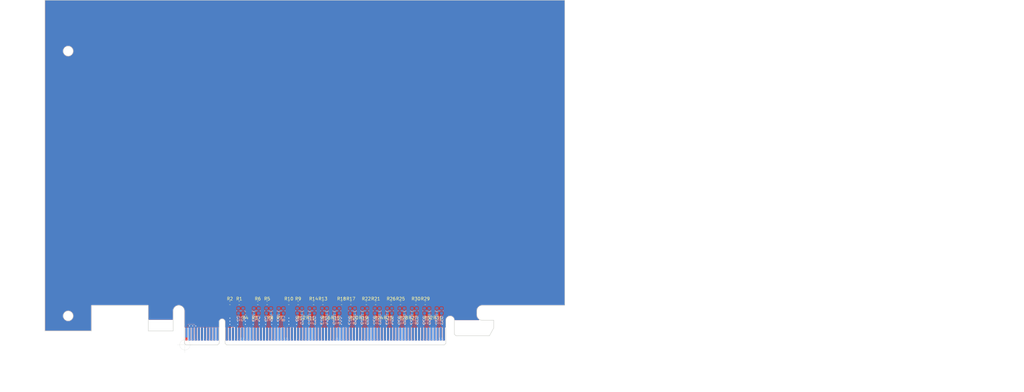
<source format=kicad_pcb>
(kicad_pcb (version 20241229) (generator "pcbnew") (generator_version "9.0")
  (title_block (title "PCIexpress_x16_full") (company "Author: Luca Anastasio"))
  (layers (0 "F.Cu" power) (4 "In1.Cu" power) (6 "In2.Cu" power) (2 "B.Cu" power) (13 "F.Paste" user) (15 "B.Paste" user) (5 "F.SilkS" user "F.Silkscreen") (7 "B.SilkS" user "B.Silkscreen") (1 "F.Mask" user) (3 "B.Mask" user) (25 "Edge.Cuts" user))
  (net 0 "")
  (net 1 "GND")
  (net 2 "Net-(J2-PadA50)")
  (net 3 "Net-(J2-PadB82)")
  (net 4 "Net-(J2-PadA33)")
  (net 5 "Net-(J2-PadA32)")
  (net 6 "Net-(J2-PadA19)")
  (net 7 "+12V")
  (net 8 "+3V3")
  (net 9 "+3.3VA")
  (net 10 "Net-(J2-PadB12)")
  (net 11 "Net-(J2-PadB30)")
  (net 12 "/PER0_P")
  (net 13 "/PER0_N")
  (net 14 "/PER1_P")
  (net 15 "/PER1_N")
  (net 16 "/PER2_P")
  (net 17 "/PER2_N")
  (net 18 "/PER3_P")
  (net 19 "/PER3_N")
  (net 20 "/PER4_P")
  (net 21 "/PER4_N")
  (net 22 "/PER5_P")
  (net 23 "/PER5_N")
  (net 24 "/PER6_P")
  (net 25 "/PER6_N")
  (net 26 "/PER7_P")
  (net 27 "/PER7_N")
  (net 28 "/PER8_P")
  (net 29 "/PER8_N")
  (net 30 "/PER9_P")
  (net 31 "/PER9_N")
  (net 32 "/PER10_P")
  (net 33 "/PER10_N")
  (net 34 "/PER11_P")
  (net 35 "/PER11_N")
  (net 36 "/PER12_P")
  (net 37 "/PER12_N")
  (net 38 "/PER13_P")
  (net 39 "/PER13_N")
  (net 40 "/PER14_P")
  (net 41 "/PER14_N")
  (net 42 "/PER15_P")
  (net 43 "/PER15_N")
  (net 44 "/~{PRSNT2x16}")
  (net 45 "/PET15_N")
  (net 46 "/PET15_P")
  (net 47 "/PET14_N")
  (net 48 "/PET14_P")
  (net 49 "/PET13_N")
  (net 50 "/PET13_P")
  (net 51 "/PET12_N")
  (net 52 "/PET12_P")
  (net 53 "/PET11_N")
  (net 54 "/PET11_P")
  (net 55 "/PET10_N")
  (net 56 "/PET10_P")
  (net 57 "/PET9_N")
  (net 58 "/PET9_P")
  (net 59 "/PET8_N")
  (net 60 "/PET8_P")
  (net 61 "/~{PRSNT2x8}")
  (net 62 "/PET7_N")
  (net 63 "/PET7_P")
  (net 64 "/PET6_N")
  (net 65 "/PET6_P")
  (net 66 "/PET5_N")
  (net 67 "/PET5_P")
  (net 68 "/PET4_N")
  (net 69 "/PET4_P")
  (net 70 "/~{PRSNT2x4}")
  (net 71 "/PET3_N")
  (net 72 "/PET3_P")
  (net 73 "/PET2_N")
  (net 74 "/PET2_P")
  (net 75 "/PET1_N")
  (net 76 "/PET1_P")
  (net 77 "/SMCLK")
  (net 78 "/SMDAT")
  (net 79 "/~{TRST}")
  (net 80 "/~{WAKE}")
  (net 81 "/PET0_P")
  (net 82 "/PET0_N")
  (net 83 "/~{PRSNT2x1}")
  (net 84 "/~{PRSNT1}")
  (net 85 "/TCK")
  (net 86 "/TDI")
  (net 87 "/TDO")
  (net 88 "/TMS")
  (net 89 "/~{PERST}")
  (net 90 "/REFCLK-")
  (net 91 "/REFCLK+")
  (net 92 "/PCIexpress_connector/_PER0_P")
  (net 93 "/PCIexpress_connector/_PER0_N")
  (net 94 "/PCIexpress_connector/_PER1_P")
  (net 95 "/PCIexpress_connector/_PER1_N")
  (net 96 "/PCIexpress_connector/_PER2_P")
  (net 97 "/PCIexpress_connector/_PER2_N")
  (net 98 "/PCIexpress_connector/_PER3_P")
  (net 99 "/PCIexpress_connector/_PER3_N")
  (net 100 "/PCIexpress_connector/_PER4_P")
  (net 101 "/PCIexpress_connector/_PER4_N")
  (net 102 "/PCIexpress_connector/_PER5_P")
  (net 103 "/PCIexpress_connector/_PER5_N")
  (net 104 "/PCIexpress_connector/_PER6_P")
  (net 105 "/PCIexpress_connector/_PER6_N")
  (net 106 "/PCIexpress_connector/_PER7_P")
  (net 107 "/PCIexpress_connector/_PER7_N")
  (net 108 "/PCIexpress_connector/_PER8_P")
  (net 109 "/PCIexpress_connector/_PER8_N")
  (net 110 "/PCIexpress_connector/_PER9_P")
  (net 111 "/PCIexpress_connector/_PER9_N")
  (net 112 "/PCIexpress_connector/_PER10_P")
  (net 113 "/PCIexpress_connector/_PER10_N")
  (net 114 "/PCIexpress_connector/_PER11_P")
  (net 115 "/PCIexpress_connector/_PER11_N")
  (net 116 "/PCIexpress_connector/_PER12_P")
  (net 117 "/PCIexpress_connector/_PER12_N")
  (net 118 "/PCIexpress_connector/_PER13_P")
  (net 119 "/PCIexpress_connector/_PER13_N")
  (net 120 "/PCIexpress_connector/_PER14_P")
  (net 121 "/PCIexpress_connector/_PER14_N")
  (net 122 "/PCIexpress_connector/_PER15_P")
  (net 123 "/PCIexpress_connector/_PER15_N")
  (footprint "PCIexpress:PCIexpress_x16" (layer "F.Cu") (at 109.625 194.125)
    (property "Reference" "J2" (hide yes))
    (property "Value" "PCIexpress_x16")
  )
  (footprint "Resistor_SMD:R_0603_1608Metric" (layer "F.Cu") (at 127.125 180.625)
    (property "Reference" "R1")
    (property "Value" "49.9")
  )
  (footprint "Resistor_SMD:R_0603_1608Metric" (layer "F.Cu") (at 124.125 180.625 180)
    (property "Reference" "R2")
    (property "Value" "49.9")
  )
  (footprint "Resistor_SMD:R_0603_1608Metric" (layer "F.Cu") (at 136.125 180.625)
    (property "Reference" "R5")
    (property "Value" "49.9")
  )
  (footprint "Resistor_SMD:R_0603_1608Metric" (layer "F.Cu") (at 133.125 180.625 180)
    (property "Reference" "R6")
    (property "Value" "49.9")
  )
  (footprint "Resistor_SMD:R_0603_1608Metric" (layer "F.Cu") (at 140.125 183.875)
    (property "Reference" "R7")
    (property "Value" "49.9")
  )
  (footprint "Resistor_SMD:R_0603_1608Metric" (layer "F.Cu") (at 137.125 183.875 180)
    (property "Reference" "R8")
    (property "Value" "49.9")
  )
  (footprint "Resistor_SMD:R_0603_1608Metric" (layer "F.Cu") (at 146.125 180.625)
    (property "Reference" "R9")
    (property "Value" "49.9")
  )
  (footprint "Resistor_SMD:R_0603_1608Metric" (layer "F.Cu") (at 143.125 180.625 180)
    (property "Reference" "R10")
    (property "Value" "49.9")
  )
  (footprint "Resistor_SMD:R_0603_1608Metric" (layer "F.Cu") (at 150.125 183.875)
    (property "Reference" "R11")
    (property "Value" "49.9")
  )
  (footprint "Resistor_SMD:R_0603_1608Metric" (layer "F.Cu") (at 147.125 183.875 180)
    (property "Reference" "R12")
    (property "Value" "49.9")
  )
  (footprint "Resistor_SMD:R_0603_1608Metric" (layer "F.Cu") (at 154.125 180.625)
    (property "Reference" "R13")
    (property "Value" "49.9")
  )
  (footprint "Resistor_SMD:R_0603_1608Metric" (layer "F.Cu") (at 151.125 180.625 180)
    (property "Reference" "R14")
    (property "Value" "49.9")
  )
  (footprint "Resistor_SMD:R_0603_1608Metric" (layer "F.Cu") (at 158.125 183.875)
    (property "Reference" "R15")
    (property "Value" "49.9")
  )
  (footprint "Resistor_SMD:R_0603_1608Metric" (layer "F.Cu") (at 155.125 183.875 180)
    (property "Reference" "R16")
    (property "Value" "49.9")
  )
  (footprint "Resistor_SMD:R_0603_1608Metric" (layer "F.Cu") (at 163.125 180.625)
    (property "Reference" "R17")
    (property "Value" "49.9")
  )
  (footprint "Resistor_SMD:R_0603_1608Metric" (layer "F.Cu") (at 167.125 183.875)
    (property "Reference" "R19")
    (property "Value" "49.9")
  )
  (footprint "Resistor_SMD:R_0603_1608Metric" (layer "F.Cu") (at 164.125 183.875 180)
    (property "Reference" "R20")
    (property "Value" "49.9")
  )
  (footprint "Resistor_SMD:R_0603_1608Metric" (layer "F.Cu") (at 171.125 180.625)
    (property "Reference" "R21")
    (property "Value" "49.9")
  )
  (footprint "Resistor_SMD:R_0603_1608Metric" (layer "F.Cu") (at 168.125 180.625 180)
    (property "Reference" "R22")
    (property "Value" "49.9")
  )
  (footprint "Resistor_SMD:R_0603_1608Metric" (layer "F.Cu") (at 175.125 183.875)
    (property "Reference" "R23")
    (property "Value" "49.9")
  )
  (footprint "Resistor_SMD:R_0603_1608Metric" (layer "F.Cu") (at 172.125 183.875 180)
    (property "Reference" "R24")
    (property "Value" "49.9")
  )
  (footprint "Resistor_SMD:R_0603_1608Metric" (layer "F.Cu") (at 179.135 180.625)
    (property "Reference" "R25")
    (property "Value" "49.9")
  )
  (footprint "Resistor_SMD:R_0603_1608Metric" (layer "F.Cu") (at 176.125 180.625 180)
    (property "Reference" "R26")
    (property "Value" "49.9")
  )
  (footprint "Resistor_SMD:R_0603_1608Metric" (layer "F.Cu") (at 183.125 183.875)
    (property "Reference" "R27")
    (property "Value" "49.9")
  )
  (footprint "Resistor_SMD:R_0603_1608Metric" (layer "F.Cu") (at 180.125 183.875 180)
    (property "Reference" "R28")
    (property "Value" "49.9")
  )
  (footprint "Resistor_SMD:R_0603_1608Metric" (layer "F.Cu") (at 187.125 180.625)
    (property "Reference" "R29")
    (property "Value" "49.9")
  )
  (footprint "Resistor_SMD:R_0603_1608Metric" (layer "F.Cu") (at 184.125 180.625 180)
    (property "Reference" "R30")
    (property "Value" "49.9")
  )
  (footprint "Resistor_SMD:R_0603_1608Metric" (layer "F.Cu") (at 191.125 183.875)
    (property "Reference" "R31")
    (property "Value" "49.9")
  )
  (footprint "Resistor_SMD:R_0603_1608Metric" (layer "F.Cu") (at 188.125 183.875 180)
    (property "Reference" "R32")
    (property "Value" "49.9")
  )
  (footprint "Resistor_SMD:R_0603_1608Metric" (layer "F.Cu") (at 160.125 180.625 180)
    (property "Reference" "R18")
    (property "Value" "49.9")
  )
  (footprint "Resistor_SMD:R_0603_1608Metric" (layer "F.Cu") (at 129.125 183.875 180)
    (property "Reference" "R4")
    (property "Value" "49.9")
  )
  (footprint "Resistor_SMD:R_0603_1608Metric" (layer "F.Cu") (at 132.125 183.875)
    (property "Reference" "R3")
    (property "Value" "49.9")
  )
  (footprint "PCIexpress:PCIexpress_bracket_full" (layer "F.Cu") (at 109.625 194.125)
    (property "Reference" "J1" (hide yes))
    (property "Value" "PCIexpress_bracket")
  )
  (footprint "Capacitor_SMD:C_0603_1608Metric" (layer "B.Cu") (at 126.875 183.125 -90)
    (property "Reference" "C1")
    (property "Value" "100n")
  )
  (footprint "Capacitor_SMD:C_0603_1608Metric" (layer "B.Cu") (at 128.375 183.125 90)
    (property "Reference" "C2")
    (property "Value" "100n")
  )
  (footprint "Capacitor_SMD:C_0603_1608Metric" (layer "B.Cu") (at 131.875 183.125 -90)
    (property "Reference" "C3")
    (property "Value" "100n")
  )
  (footprint "Capacitor_SMD:C_0603_1608Metric" (layer "B.Cu") (at 133.375 183.125 90)
    (property "Reference" "C4")
    (property "Value" "100n")
  )
  (footprint "Capacitor_SMD:C_0603_1608Metric" (layer "B.Cu") (at 135.875 183.125 -90)
    (property "Reference" "C5")
    (property "Value" "100n")
  )
  (footprint "Capacitor_SMD:C_0603_1608Metric" (layer "B.Cu") (at 137.375 183.125 90)
    (property "Reference" "C6")
    (property "Value" "100n")
  )
  (footprint "Capacitor_SMD:C_0603_1608Metric" (layer "B.Cu") (at 139.875 183.125 -90)
    (property "Reference" "C7")
    (property "Value" "100n")
  )
  (footprint "Capacitor_SMD:C_0603_1608Metric" (layer "B.Cu") (at 141.375 183.125 90)
    (property "Reference" "C8")
    (property "Value" "100n")
  )
  (footprint "Capacitor_SMD:C_0603_1608Metric" (layer "B.Cu") (at 145.875 183.125 -90)
    (property "Reference" "C9")
    (property "Value" "100n")
  )
  (footprint "Capacitor_SMD:C_0603_1608Metric" (layer "B.Cu") (at 147.375 183.125 90)
    (property "Reference" "C10")
    (property "Value" "100n")
  )
  (footprint "Capacitor_SMD:C_0603_1608Metric" (layer "B.Cu") (at 149.875 183.125 -90)
    (property "Reference" "C11")
    (property "Value" "100n")
  )
  (footprint "Capacitor_SMD:C_0603_1608Metric" (layer "B.Cu") (at 151.375 183.125 90)
    (property "Reference" "C12")
    (property "Value" "100n")
  )
  (footprint "Capacitor_SMD:C_0603_1608Metric" (layer "B.Cu") (at 155.375 183.125 90)
    (property "Reference" "C14")
    (property "Value" "100n")
  )
  (footprint "Capacitor_SMD:C_0603_1608Metric" (layer "B.Cu") (at 157.875 183.125 -90)
    (property "Reference" "C15")
    (property "Value" "100n")
  )
  (footprint "Capacitor_SMD:C_0603_1608Metric" (layer "B.Cu") (at 159.375 183.125 90)
    (property "Reference" "C16")
    (property "Value" "100n")
  )
  (footprint "Capacitor_SMD:C_0603_1608Metric" (layer "B.Cu") (at 162.875 183.125 -90)
    (property "Reference" "C17")
    (property "Value" "100n")
  )
  (footprint "Capacitor_SMD:C_0603_1608Metric" (layer "B.Cu") (at 164.375 183.125 90)
    (property "Reference" "C18")
    (property "Value" "100n")
  )
  (footprint "Capacitor_SMD:C_0603_1608Metric" (layer "B.Cu") (at 166.875 183.125 -90)
    (property "Reference" "C19")
    (property "Value" "100n")
  )
  (footprint "Capacitor_SMD:C_0603_1608Metric" (layer "B.Cu") (at 168.375 183.125 90)
    (property "Reference" "C20")
    (property "Value" "100n")
  )
  (footprint "Capacitor_SMD:C_0603_1608Metric" (layer "B.Cu") (at 170.875 183.125 -90)
    (property "Reference" "C21")
    (property "Value" "100n")
  )
  (footprint "Capacitor_SMD:C_0603_1608Metric" (layer "B.Cu") (at 172.375 183.125 90)
    (property "Reference" "C22")
    (property "Value" "100n")
  )
  (footprint "Capacitor_SMD:C_0603_1608Metric" (layer "B.Cu") (at 174.875 183.125 -90)
    (property "Reference" "C23")
    (property "Value" "100n")
  )
  (footprint "Capacitor_SMD:C_0603_1608Metric" (layer "B.Cu") (at 176.375 183.125 90)
    (property "Reference" "C24")
    (property "Value" "100n")
  )
  (footprint "Capacitor_SMD:C_0603_1608Metric" (layer "B.Cu") (at 178.875 183.125 -90)
    (property "Reference" "C25")
    (property "Value" "100n")
  )
  (footprint "Capacitor_SMD:C_0603_1608Metric" (layer "B.Cu") (at 180.375 183.125 90)
    (property "Reference" "C26")
    (property "Value" "100n")
  )
  (footprint "Capacitor_SMD:C_0603_1608Metric" (layer "B.Cu") (at 182.875 183.125 -90)
    (property "Reference" "C27")
    (property "Value" "100n")
  )
  (footprint "Capacitor_SMD:C_0603_1608Metric" (layer "B.Cu") (at 184.375 183.125 90)
    (property "Reference" "C28")
    (property "Value" "100n")
  )
  (footprint "Capacitor_SMD:C_0603_1608Metric" (layer "B.Cu") (at 186.875 183.125 -90)
    (property "Reference" "C29")
    (property "Value" "100n")
  )
  (footprint "Capacitor_SMD:C_0603_1608Metric" (layer "B.Cu") (at 188.375 183.125 90)
    (property "Reference" "C30")
    (property "Value" "100n")
  )
  (footprint "Capacitor_SMD:C_0603_1608Metric" (layer "B.Cu") (at 190.875 183.125 -90)
    (property "Reference" "C31")
    (property "Value" "100n")
  )
  (footprint "Capacitor_SMD:C_0603_1608Metric" (layer "B.Cu") (at 192.375 183.125 90)
    (property "Reference" "C32")
    (property "Value" "100n")
  )
  (footprint "Capacitor_SMD:C_0603_1608Metric" (layer "B.Cu") (at 153.875 183.125 -90)
    (property "Reference" "C13")
    (property "Value" "100n")
  )
  (gr_line (start 122.575 186.675) (end 122.575 193.625) (stroke (width 0.15)) (layer "Edge.Cuts"))
  (gr_arc (start 205.525 186.175) (mid 204.287563 185.662437) (end 203.775 184.425) (stroke (width 0.15)) (layer "Edge.Cuts"))
  (gr_arc (start 120.675 186.675) (mid 121.625 185.725) (end 122.575 186.675) (stroke (width 0.15)) (layer "Edge.Cuts"))
  (gr_line (start 109.475 183.2) (end 109.475 193.625) (stroke (width 0.15)) (layer "Edge.Cuts"))
  (gr_line (start 64.475 82.975) (end 232.125 82.975) (stroke (width 0.15)) (layer "Edge.Cuts"))
  (gr_line (start 79.475 181.375) (end 97.825 181.375) (stroke (width 0.15)) (layer "Edge.Cuts"))
  (gr_line (start 120.175 194.125) (end 120.675 193.625) (stroke (width 0.15)) (layer "Edge.Cuts"))
  (gr_arc (start 193.775 186.175) (mid 195.15 184.8) (end 196.525 186.175) (stroke (width 0.15)) (layer "Edge.Cuts"))
  (gr_arc (start 203.775 183.125) (mid 204.287563 181.887563) (end 205.525 181.375) (stroke (width 0.15)) (layer "Edge.Cuts"))
  (gr_line (start 193.275 194.125) (end 193.775 193.625) (stroke (width 0.15)) (layer "Edge.Cuts"))
  (gr_line (start 79.475 189.625) (end 79.475 181.375) (stroke (width 0.15)) (layer "Edge.Cuts"))
  (gr_line (start 203.775 184.425) (end 203.775 183.125) (stroke (width 0.15)) (layer "Edge.Cuts"))
  (gr_line (start 207.825 191.175) (end 209.225 188.625) (stroke (width 0.15)) (layer "Edge.Cuts"))
  (gr_line (start 196.525 186.175) (end 196.525 190.675) (stroke (width 0.15)) (layer "Edge.Cuts"))
  (gr_line (start 123.075 194.125) (end 193.275 194.125) (stroke (width 0.15)) (layer "Edge.Cuts"))
  (gr_line (start 64.475 82.975) (end 64.475 189.625) (stroke (width 0.15)) (layer "Edge.Cuts"))
  (gr_line (start 209.225 188.625) (end 209.225 186.175) (stroke (width 0.15)) (layer "Edge.Cuts"))
  (gr_line (start 120.675 193.625) (end 120.675 186.675) (stroke (width 0.15)) (layer "Edge.Cuts"))
  (gr_line (start 193.775 193.625) (end 193.775 186.175) (stroke (width 0.15)) (layer "Edge.Cuts"))
  (gr_line (start 109.975 194.125) (end 120.175 194.125) (stroke (width 0.15)) (layer "Edge.Cuts"))
  (gr_line (start 232.1277 181.375) (end 205.525 181.375) (stroke (width 0.15)) (layer "Edge.Cuts"))
  (gr_line (start 122.575 193.625) (end 123.075 194.125) (stroke (width 0.15)) (layer "Edge.Cuts"))
  (gr_line (start 197.025 191.175) (end 207.825 191.175) (stroke (width 0.15)) (layer "Edge.Cuts"))
  (gr_line (start 105.825 189.625) (end 105.825 183.2) (stroke (width 0.15)) (layer "Edge.Cuts"))
  (gr_line (start 109.475 193.625) (end 109.975 194.125) (stroke (width 0.15)) (layer "Edge.Cuts"))
  (gr_line (start 196.525 190.675) (end 197.025 191.175) (stroke (width 0.15)) (layer "Edge.Cuts"))
  (gr_line (start 232.125 82.975) (end 232.1277 181.375) (stroke (width 0.15)) (layer "Edge.Cuts"))
  (gr_circle (center 71.975 184.775) (end 73.575 184.775) (stroke (width 0.15)) (fill no) (layer "Edge.Cuts"))
  (gr_arc (start 105.825 183.2) (mid 107.65 181.375) (end 109.475 183.2) (stroke (width 0.15)) (layer "Edge.Cuts"))
  (gr_line (start 97.825 181.375) (end 97.825 189.625) (stroke (width 0.15)) (layer "Edge.Cuts"))
  (gr_circle (center 71.975 99.375) (end 73.575 99.375) (stroke (width 0.15)) (fill no) (layer "Edge.Cuts"))
  (gr_line (start 64.475 189.625) (end 79.475 189.625) (stroke (width 0.15)) (layer "Edge.Cuts"))
  (gr_line (start 97.825 189.625) (end 105.825 189.625) (stroke (width 0.15)) (layer "Edge.Cuts"))
  (gr_line (start 209.225 186.175) (end 205.525 186.175) (stroke (width 0.15)) (layer "Edge.Cuts"))
  (target plus (at 109.625 194.125) (size 5) (width 0.05) (layer "Edge.Cuts"))
  (segment (start 113.125 188.125) (end 113.125 188.125) (width 0.7) (layer "F.Cu") (net 1))
  (segment (start 113.125 190.625) (end 113.125 188) (width 0.7) (layer "F.Cu") (net 1))
  (via (at 186.625 185.5) (size 0.55) (drill 0.3) (layers "F.Cu" "B.Cu") (net 1))
  (via (at 188.625 185.5) (size 0.55) (drill 0.3) (layers "F.Cu" "B.Cu") (net 1))
  (via (at 166.625 185.5) (size 0.55) (drill 0.3) (layers "F.Cu" "B.Cu") (net 1))
  (via (at 124.125 185.5) (size 0.55) (drill 0.3) (layers "F.Cu" "B.Cu") (net 1))
  (via (at 143.125 185.5) (size 0.55) (drill 0.3) (layers "F.Cu" "B.Cu") (net 1))
  (via (at 162.625 185.5) (size 0.55) (drill 0.3) (layers "F.Cu" "B.Cu") (net 1))
  (via (at 157.625 185.5) (size 0.55) (drill 0.3) (layers "F.Cu" "B.Cu") (net 1))
  (via (at 135.625 185.5) (size 0.55) (drill 0.3) (layers "F.Cu" "B.Cu") (net 1))
  (via (at 139.625 185.5) (size 0.55) (drill 0.3) (layers "F.Cu" "B.Cu") (net 1))
  (via (at 178.625 185.5) (size 0.55) (drill 0.3) (layers "F.Cu" "B.Cu") (net 1))
  (via (at 133.625 185.5) (size 0.55) (drill 0.3) (layers "F.Cu" "B.Cu") (net 1))
  (via (at 129.125 185.5) (size 0.55) (drill 0.3) (layers "F.Cu" "B.Cu") (net 1))
  (via (at 155.625 185.5) (size 0.55) (drill 0.3) (layers "F.Cu" "B.Cu") (net 1))
  (via (at 149.625 185.5) (size 0.55) (drill 0.3) (layers "F.Cu" "B.Cu") (net 1))
  (via (at 147.625 185.5) (size 0.55) (drill 0.3) (layers "F.Cu" "B.Cu") (net 1))
  (via (at 180.625 185.5) (size 0.55) (drill 0.3) (layers "F.Cu" "B.Cu") (net 1))
  (via (at 164.625 185.5) (size 0.55) (drill 0.3) (layers "F.Cu" "B.Cu") (net 1))
  (via (at 145.625 185.5) (size 0.55) (drill 0.3) (layers "F.Cu" "B.Cu") (net 1))
  (via (at 184.625 185.5) (size 0.55) (drill 0.3) (layers "F.Cu" "B.Cu") (net 1))
  (via (at 182.625 185.5) (size 0.55) (drill 0.3) (layers "F.Cu" "B.Cu") (net 1))
  (via (at 190.625 185.5) (size 0.55) (drill 0.3) (layers "F.Cu" "B.Cu") (net 1))
  (via (at 192.625 185.5) (size 0.55) (drill 0.3) (layers "F.Cu" "B.Cu") (net 1))
  (via (at 174.625 185.5) (size 0.55) (drill 0.3) (layers "F.Cu" "B.Cu") (net 1))
  (via (at 160.125 185.5) (size 0.55) (drill 0.3) (layers "F.Cu" "B.Cu") (net 1))
  (via (at 151.625 185.5) (size 0.55) (drill 0.3) (layers "F.Cu" "B.Cu") (net 1))
  (via (at 153.625 185.5) (size 0.55) (drill 0.3) (layers "F.Cu" "B.Cu") (net 1))
  (via (at 176.625 185.5) (size 0.55) (drill 0.3) (layers "F.Cu" "B.Cu") (net 1))
  (via (at 170.625 185.5) (size 0.55) (drill 0.3) (layers "F.Cu" "B.Cu") (net 1))
  (via (at 172.625 185.5) (size 0.55) (drill 0.3) (layers "F.Cu" "B.Cu") (net 1))
  (via (at 126.625 185.5) (size 0.55) (drill 0.3) (layers "F.Cu" "B.Cu") (net 1))
  (via (at 131.625 185.5) (size 0.55) (drill 0.3) (layers "F.Cu" "B.Cu") (net 1))
  (via (at 137.625 185.5) (size 0.55) (drill 0.3) (layers "F.Cu" "B.Cu") (net 1))
  (via (at 168.625 185.5) (size 0.55) (drill 0.3) (layers "F.Cu" "B.Cu") (net 1))
  (via (at 139.625 187.5) (size 0.55) (drill 0.3) (layers "F.Cu" "B.Cu") (net 1))
  (via (at 160.125 187.5) (size 0.55) (drill 0.3) (layers "F.Cu" "B.Cu") (net 1))
  (via (at 151.625 187.5) (size 0.55) (drill 0.3) (layers "F.Cu" "B.Cu") (net 1))
  (via (at 133.625 186.5) (size 0.55) (drill 0.3) (layers "F.Cu" "B.Cu") (net 1))
  (via (at 147.625 187.5) (size 0.55) (drill 0.3) (layers "F.Cu" "B.Cu") (net 1))
  (via (at 170.625 186.5) (size 0.55) (drill 0.3) (layers "F.Cu" "B.Cu") (net 1))
  (via (at 155.625 186.5) (size 0.55) (drill 0.3) (layers "F.Cu" "B.Cu") (net 1))
  (via (at 162.625 186.5) (size 0.55) (drill 0.3) (layers "F.Cu" "B.Cu") (net 1))
  (via (at 172.625 186.5) (size 0.55) (drill 0.3) (layers "F.Cu" "B.Cu") (net 1))
  (via (at 164.625 187.5) (size 0.55) (drill 0.3) (layers "F.Cu" "B.Cu") (net 1))
  (via (at 180.625 187.5) (size 0.55) (drill 0.3) (layers "F.Cu" "B.Cu") (net 1))
  (via (at 126.625 186.5) (size 0.55) (drill 0.3) (layers "F.Cu" "B.Cu") (net 1))
  (via (at 157.625 187.5) (size 0.55) (drill 0.3) (layers "F.Cu" "B.Cu") (net 1))
  (via (at 131.625 186.5) (size 0.55) (drill 0.3) (layers "F.Cu" "B.Cu") (net 1))
  (via (at 174.625 186.5) (size 0.55) (drill 0.3) (layers "F.Cu" "B.Cu") (net 1))
  (via (at 192.625 186.5) (size 0.55) (drill 0.3) (layers "F.Cu" "B.Cu") (net 1))
  (via (at 188.625 187.5) (size 0.55) (drill 0.3) (layers "F.Cu" "B.Cu") (net 1))
  (via (at 155.625 187.5) (size 0.55) (drill 0.3) (layers "F.Cu" "B.Cu") (net 1))
  (via (at 162.625 187.5) (size 0.55) (drill 0.3) (layers "F.Cu" "B.Cu") (net 1))
  (via (at 174.625 187.5) (size 0.55) (drill 0.3) (layers "F.Cu" "B.Cu") (net 1))
  (via (at 149.625 187.5) (size 0.55) (drill 0.3) (layers "F.Cu" "B.Cu") (net 1))
  (via (at 172.625 187.5) (size 0.55) (drill 0.3) (layers "F.Cu" "B.Cu") (net 1))
  (via (at 164.625 186.5) (size 0.55) (drill 0.3) (layers "F.Cu" "B.Cu") (net 1))
  (via (at 149.625 186.5) (size 0.55) (drill 0.3) (layers "F.Cu" "B.Cu") (net 1))
  (via (at 135.625 186.5) (size 0.55) (drill 0.3) (layers "F.Cu" "B.Cu") (net 1))
  (via (at 166.625 186.5) (size 0.55) (drill 0.3) (layers "F.Cu" "B.Cu") (net 1))
  (via (at 143.125 186.5) (size 0.55) (drill 0.3) (layers "F.Cu" "B.Cu") (net 1))
  (via (at 178.625 186.5) (size 0.55) (drill 0.3) (layers "F.Cu" "B.Cu") (net 1))
  (via (at 182.625 187.5) (size 0.55) (drill 0.3) (layers "F.Cu" "B.Cu") (net 1))
  (via (at 168.625 187.5) (size 0.55) (drill 0.3) (layers "F.Cu" "B.Cu") (net 1))
  (via (at 190.625 187.5) (size 0.55) (drill 0.3) (layers "F.Cu" "B.Cu") (net 1))
  (via (at 182.625 186.5) (size 0.55) (drill 0.3) (layers "F.Cu" "B.Cu") (net 1))
  (via (at 166.625 187.5) (size 0.55) (drill 0.3) (layers "F.Cu" "B.Cu") (net 1))
  (via (at 170.625 187.5) (size 0.55) (drill 0.3) (layers "F.Cu" "B.Cu") (net 1))
  (via (at 192.625 187.5) (size 0.55) (drill 0.3) (layers "F.Cu" "B.Cu") (net 1))
  (via (at 145.625 186.5) (size 0.55) (drill 0.3) (layers "F.Cu" "B.Cu") (net 1))
  (via (at 124.125 186.5) (size 0.55) (drill 0.3) (layers "F.Cu" "B.Cu") (net 1))
  (via (at 131.625 187.5) (size 0.55) (drill 0.3) (layers "F.Cu" "B.Cu") (net 1))
  (via (at 113.125 188) (size 0.55) (drill 0.3) (layers "F.Cu" "B.Cu") (net 1))
  (via (at 145.625 187.5) (size 0.55) (drill 0.3) (layers "F.Cu" "B.Cu") (net 1))
  (via (at 147.625 186.5) (size 0.55) (drill 0.3) (layers "F.Cu" "B.Cu") (net 1))
  (via (at 135.625 187.5) (size 0.55) (drill 0.3) (layers "F.Cu" "B.Cu") (net 1))
  (via (at 160.125 186.5) (size 0.55) (drill 0.3) (layers "F.Cu" "B.Cu") (net 1))
  (via (at 151.625 186.5) (size 0.55) (drill 0.3) (layers "F.Cu" "B.Cu") (net 1))
  (via (at 124.125 187.5) (size 0.55) (drill 0.3) (layers "F.Cu" "B.Cu") (net 1))
  (via (at 178.625 187.5) (size 0.55) (drill 0.3) (layers "F.Cu" "B.Cu") (net 1))
  (via (at 168.625 186.5) (size 0.55) (drill 0.3) (layers "F.Cu" "B.Cu") (net 1))
  (via (at 157.625 186.5) (size 0.55) (drill 0.3) (layers "F.Cu" "B.Cu") (net 1))
  (via (at 190.625 186.5) (size 0.55) (drill 0.3) (layers "F.Cu" "B.Cu") (net 1))
  (via (at 139.625 186.5) (size 0.55) (drill 0.3) (layers "F.Cu" "B.Cu") (net 1))
  (via (at 129.125 187.5) (size 0.55) (drill 0.3) (layers "F.Cu" "B.Cu") (net 1))
  (via (at 188.625 186.5) (size 0.55) (drill 0.3) (layers "F.Cu" "B.Cu") (net 1))
  (via (at 186.625 186.5) (size 0.55) (drill 0.3) (layers "F.Cu" "B.Cu") (net 1))
  (via (at 176.625 186.5) (size 0.55) (drill 0.3) (layers "F.Cu" "B.Cu") (net 1))
  (via (at 126.625 187.5) (size 0.55) (drill 0.3) (layers "F.Cu" "B.Cu") (net 1))
  (via (at 184.625 187.5) (size 0.55) (drill 0.3) (layers "F.Cu" "B.Cu") (net 1))
  (via (at 143.125 187.5) (size 0.55) (drill 0.3) (layers "F.Cu" "B.Cu") (net 1))
  (via (at 133.625 187.5) (size 0.55) (drill 0.3) (layers "F.Cu" "B.Cu") (net 1))
  (via (at 137.625 187.5) (size 0.55) (drill 0.3) (layers "F.Cu" "B.Cu") (net 1))
  (via (at 180.625 186.5) (size 0.55) (drill 0.3) (layers "F.Cu" "B.Cu") (net 1))
  (via (at 184.625 186.5) (size 0.55) (drill 0.3) (layers "F.Cu" "B.Cu") (net 1))
  (via (at 153.625 186.5) (size 0.55) (drill 0.3) (layers "F.Cu" "B.Cu") (net 1))
  (via (at 137.625 186.5) (size 0.55) (drill 0.3) (layers "F.Cu" "B.Cu") (net 1))
  (via (at 129.125 186.5) (size 0.55) (drill 0.3) (layers "F.Cu" "B.Cu") (net 1))
  (via (at 186.625 187.5) (size 0.55) (drill 0.3) (layers "F.Cu" "B.Cu") (net 1))
  (via (at 176.625 187.5) (size 0.55) (drill 0.3) (layers "F.Cu" "B.Cu") (net 1))
  (via (at 153.625 187.5) (size 0.55) (drill 0.3) (layers "F.Cu" "B.Cu") (net 1))
  (segment (start 111.125 190.625) (end 111.125 188) (width 0.0889) (layer "F.Cu") (net 7))
  (via (at 112.125 188) (size 0.55) (drill 0.3) (layers "F.Cu" "B.Cu") (net 7))
  (via (at 111.125 188) (size 0.55) (drill 0.3) (layers "F.Cu" "B.Cu") (net 7))
  (segment (start 190.3375 184.5375) (end 190.3375 183.875) (width 0.2) (layer "F.Cu") (net 45))
  (segment (start 190.125 188.375) (end 189.825 188.075) (width 0.2) (layer "F.Cu") (net 45))
  (segment (start 189.825 188.075) (end 189.825 185.05) (width 0.2) (layer "F.Cu") (net 45))
  (segment (start 190.125 190.625) (end 190.125 188.375) (width 0.2) (layer "F.Cu") (net 45))
  (segment (start 189.825 185.05) (end 190.3375 184.5375) (width 0.2) (layer "F.Cu") (net 45))
  (segment (start 189.425 185.05) (end 188.9125 184.5375) (width 0.2) (layer "F.Cu") (net 46))
  (segment (start 189.125 188.375) (end 189.425 188.075) (width 0.2) (layer "F.Cu") (net 46))
  (segment (start 189.125 190.625) (end 189.125 188.375) (width 0.2) (layer "F.Cu") (net 46))
  (segment (start 188.9125 184.5375) (end 188.9125 183.875) (width 0.2) (layer "F.Cu") (net 46))
  (segment (start 189.425 188.075) (end 189.425 185.05) (width 0.2) (layer "F.Cu") (net 46))
  (segment (start 186.125 188.375) (end 186.125 190.625) (width 0.2) (layer "F.Cu") (net 47))
  (segment (start 186.3375 180.625) (end 186.3375 181.2875) (width 0.2) (layer "F.Cu") (net 47))
  (segment (start 185.825 188.075) (end 186.125 188.375) (width 0.2) (layer "F.Cu") (net 47))
  (segment (start 185.825 181.8) (end 185.825 188.075) (width 0.2) (layer "F.Cu") (net 47))
  (segment (start 186.3375 181.2875) (end 185.825 181.8) (width 0.2) (layer "F.Cu") (net 47))
  (segment (start 185.125 188.375) (end 185.125 190.625) (width 0.2) (layer "F.Cu") (net 48))
  (segment (start 184.9125 181.26875) (end 185.425 181.78125) (width 0.2) (layer "F.Cu") (net 48))
  (segment (start 184.9125 180.625) (end 184.9125 181.26875) (width 0.2) (layer "F.Cu") (net 48))
  (segment (start 185.425 188.075) (end 185.125 188.375) (width 0.2) (layer "F.Cu") (net 48))
  (segment (start 185.425 181.78125) (end 185.425 188.075) (width 0.2) (layer "F.Cu") (net 48))
  (segment (start 181.825 185.05) (end 182.3375 184.5375) (width 0.2) (layer "F.Cu") (net 49))
  (segment (start 182.3375 184.5375) (end 182.3375 183.875) (width 0.2) (layer "F.Cu") (net 49))
  (segment (start 182.125 188.375) (end 181.825 188.075) (width 0.2) (layer "F.Cu") (net 49))
  (segment (start 182.125 190.625) (end 182.125 188.375) (width 0.2) (layer "F.Cu") (net 49))
  (segment (start 181.825 188.075) (end 181.825 185.05) (width 0.2) (layer "F.Cu") (net 49))
  (segment (start 181.125 190.625) (end 181.125 188.375) (width 0.2) (layer "F.Cu") (net 50))
  (segment (start 180.9125 184.5375) (end 180.9125 183.875) (width 0.2) (layer "F.Cu") (net 50))
  (segment (start 181.125 188.375) (end 181.425 188.075) (width 0.2) (layer "F.Cu") (net 50))
  (segment (start 181.425 188.075) (end 181.425 185.05) (width 0.2) (layer "F.Cu") (net 50))
  (segment (start 181.425 185.05) (end 180.9125 184.5375) (width 0.2) (layer "F.Cu") (net 50))
  (segment (start 178.3375 181.2875) (end 177.825 181.8) (width 0.2) (layer "F.Cu") (net 51))
  (segment (start 177.825 188.075) (end 178.125 188.375) (width 0.2) (layer "F.Cu") (net 51))
  (segment (start 178.125 188.375) (end 178.125 190.625) (width 0.2) (layer "F.Cu") (net 51))
  (segment (start 178.3375 180.625) (end 178.3375 181.2875) (width 0.2) (layer "F.Cu") (net 51))
  (segment (start 177.825 181.8) (end 177.825 188.075) (width 0.2) (layer "F.Cu") (net 51))
  (segment (start 176.9125 181.26875) (end 177.425 181.78125) (width 0.2) (layer "F.Cu") (net 52))
  (segment (start 177.425 181.78125) (end 177.425 188.075) (width 0.2) (layer "F.Cu") (net 52))
  (segment (start 177.425 188.075) (end 177.125 188.375) (width 0.2) (layer "F.Cu") (net 52))
  (segment (start 177.125 188.375) (end 177.125 190.625) (width 0.2) (layer "F.Cu") (net 52))
  (segment (start 176.9125 180.625) (end 176.9125 181.26875) (width 0.2) (layer "F.Cu") (net 52))
  (segment (start 173.825 188.075) (end 173.825 185.05) (width 0.2) (layer "F.Cu") (net 53))
  (segment (start 174.125 188.375) (end 173.825 188.075) (width 0.2) (layer "F.Cu") (net 53))
  (segment (start 173.825 185.05) (end 174.3375 184.5375) (width 0.2) (layer "F.Cu") (net 53))
  (segment (start 174.125 190.625) (end 174.125 188.375) (width 0.2) (layer "F.Cu") (net 53))
  (segment (start 174.3375 184.5375) (end 174.3375 183.875) (width 0.2) (layer "F.Cu") (net 53))
  (segment (start 172.9125 184.5375) (end 172.9125 183.875) (width 0.2) (layer "F.Cu") (net 54))
  (segment (start 173.125 190.625) (end 173.125 188.375) (width 0.2) (layer "F.Cu") (net 54))
  (segment (start 173.125 188.375) (end 173.425 188.075) (width 0.2) (layer "F.Cu") (net 54))
  (segment (start 173.425 188.075) (end 173.425 185.05) (width 0.2) (layer "F.Cu") (net 54))
  (segment (start 173.425 185.05) (end 172.9125 184.5375) (width 0.2) (layer "F.Cu") (net 54))
  (segment (start 169.825 188.075) (end 170.125 188.375) (width 0.2) (layer "F.Cu") (net 55))
  (segment (start 170.3375 181.2875) (end 169.825 181.8) (width 0.2) (layer "F.Cu") (net 55))
  (segment (start 170.125 188.375) (end 170.125 190.625) (width 0.2) (layer "F.Cu") (net 55))
  (segment (start 170.3375 180.625) (end 170.3375 181.2875) (width 0.2) (layer "F.Cu") (net 55))
  (segment (start 169.825 181.8) (end 169.825 188.075) (width 0.2) (layer "F.Cu") (net 55))
  (segment (start 169.425 188.075) (end 169.125 188.375) (width 0.2) (layer "F.Cu") (net 56))
  (segment (start 168.9125 181.26875) (end 169.425 181.78125) (width 0.2) (layer "F.Cu") (net 56))
  (segment (start 168.9125 180.625) (end 168.9125 181.26875) (width 0.2) (layer "F.Cu") (net 56))
  (segment (start 169.125 188.375) (end 169.125 190.625) (width 0.2) (layer "F.Cu") (net 56))
  (segment (start 169.425 181.78125) (end 169.425 188.075) (width 0.2) (layer "F.Cu") (net 56))
  (segment (start 165.825 188.075) (end 165.825 185.05) (width 0.2) (layer "F.Cu") (net 57))
  (segment (start 166.125 190.625) (end 166.125 188.375) (width 0.2) (layer "F.Cu") (net 57))
  (segment (start 166.3375 184.5375) (end 166.3375 183.875) (width 0.2) (layer "F.Cu") (net 57))
  (segment (start 165.825 185.05) (end 166.3375 184.5375) (width 0.2) (layer "F.Cu") (net 57))
  (segment (start 166.125 188.375) (end 165.825 188.075) (width 0.2) (layer "F.Cu") (net 57))
  (segment (start 165.425 185.05) (end 164.9125 184.5375) (width 0.2) (layer "F.Cu") (net 58))
  (segment (start 164.9125 184.5375) (end 164.9125 183.875) (width 0.2) (layer "F.Cu") (net 58))
  (segment (start 165.125 188.375) (end 165.425 188.075) (width 0.2) (layer "F.Cu") (net 58))
  (segment (start 165.125 190.625) (end 165.125 188.375) (width 0.2) (layer "F.Cu") (net 58))
  (segment (start 165.425 188.075) (end 165.425 185.05) (width 0.2) (layer "F.Cu") (net 58))
  (segment (start 162.3375 181.2875) (end 161.825 181.8) (width 0.2) (layer "F.Cu") (net 59))
  (segment (start 162.125 188.375) (end 162.125 190.625) (width 0.2) (layer "F.Cu") (net 59))
  (segment (start 161.825 181.8) (end 161.825 188.075) (width 0.2) (layer "F.Cu") (net 59))
  (segment (start 162.3375 180.625) (end 162.3375 181.2875) (width 0.2) (layer "F.Cu") (net 59))
  (segment (start 161.825 188.075) (end 162.125 188.375) (width 0.2) (layer "F.Cu") (net 59))
  (segment (start 161.425 181.78125) (end 161.425 188.075) (width 0.2) (layer "F.Cu") (net 60))
  (segment (start 160.9125 180.625) (end 160.9125 181.26875) (width 0.2) (layer "F.Cu") (net 60))
  (segment (start 160.9125 181.26875) (end 161.425 181.78125) (width 0.2) (layer "F.Cu") (net 60))
  (segment (start 161.425 188.075) (end 161.125 188.375) (width 0.2) (layer "F.Cu") (net 60))
  (segment (start 161.125 188.375) (end 161.125 190.625) (width 0.2) (layer "F.Cu") (net 60))
  (segment (start 157.125 190.625) (end 157.125 188.375) (width 0.2) (layer "F.Cu") (net 62))
  (segment (start 157.125 188.375) (end 156.825 188.075) (width 0.2) (layer "F.Cu") (net 62))
  (segment (start 157.3375 184.5375) (end 157.3375 183.875) (width 0.2) (layer "F.Cu") (net 62))
  (segment (start 156.825 188.075) (end 156.825 185.05) (width 0.2) (layer "F.Cu") (net 62))
  (segment (start 156.825 185.05) (end 157.3375 184.5375) (width 0.2) (layer "F.Cu") (net 62))
  (segment (start 156.425 188.075) (end 156.425 185.05) (width 0.2) (layer "F.Cu") (net 63))
  (segment (start 155.9125 184.5375) (end 155.9125 183.875) (width 0.2) (layer "F.Cu") (net 63))
  (segment (start 156.125 190.625) (end 156.125 188.375) (width 0.2) (layer "F.Cu") (net 63))
  (segment (start 156.425 185.05) (end 155.9125 184.5375) (width 0.2) (layer "F.Cu") (net 63))
  (segment (start 156.125 188.375) (end 156.425 188.075) (width 0.2) (layer "F.Cu") (net 63))
  (segment (start 153.3375 181.2875) (end 152.825 181.8) (width 0.2) (layer "F.Cu") (net 64))
  (segment (start 153.125 188.375) (end 153.125 190.625) (width 0.2) (layer "F.Cu") (net 64))
  (segment (start 152.825 188.075) (end 153.125 188.375) (width 0.2) (layer "F.Cu") (net 64))
  (segment (start 152.825 181.8) (end 152.825 188.075) (width 0.2) (layer "F.Cu") (net 64))
  (segment (start 153.3375 180.625) (end 153.3375 181.2875) (width 0.2) (layer "F.Cu") (net 64))
  (segment (start 152.125 188.375) (end 152.125 190.625) (width 0.2) (layer "F.Cu") (net 65))
  (segment (start 152.425 188.075) (end 152.125 188.375) (width 0.2) (layer "F.Cu") (net 65))
  (segment (start 151.9125 180.625) (end 151.9125 181.26875) (width 0.2) (layer "F.Cu") (net 65))
  (segment (start 152.425 181.78125) (end 152.425 188.075) (width 0.2) (layer "F.Cu") (net 65))
  (segment (start 151.9125 181.26875) (end 152.425 181.78125) (width 0.2) (layer "F.Cu") (net 65))
  (segment (start 148.825 188.075) (end 148.825 185.05) (width 0.2) (layer "F.Cu") (net 66))
  (segment (start 149.125 188.375) (end 148.825 188.075) (width 0.2) (layer "F.Cu") (net 66))
  (segment (start 149.125 190.625) (end 149.125 188.375) (width 0.2) (layer "F.Cu") (net 66))
  (segment (start 149.3375 184.5375) (end 149.3375 183.875) (width 0.2) (layer "F.Cu") (net 66))
  (segment (start 148.825 185.05) (end 149.3375 184.5375) (width 0.2) (layer "F.Cu") (net 66))
  (segment (start 148.125 190.625) (end 148.125 188.375) (width 0.2) (layer "F.Cu") (net 67))
  (segment (start 148.425 188.075) (end 148.425 185.05) (width 0.2) (layer "F.Cu") (net 67))
  (segment (start 147.9125 184.5375) (end 147.9125 183.875) (width 0.2) (layer "F.Cu") (net 67))
  (segment (start 148.425 185.05) (end 147.9125 184.5375) (width 0.2) (layer "F.Cu") (net 67))
  (segment (start 148.125 188.375) (end 148.425 188.075) (width 0.2) (layer "F.Cu") (net 67))
  (segment (start 145.3375 180.625) (end 145.3375 181.2875) (width 0.2) (layer "F.Cu") (net 68))
  (segment (start 144.825 181.8) (end 144.825 188.075) (width 0.2) (layer "F.Cu") (net 68))
  (segment (start 144.825 188.075) (end 145.125 188.375) (width 0.2) (layer "F.Cu") (net 68))
  (segment (start 145.125 188.375) (end 145.125 190.625) (width 0.2) (layer "F.Cu") (net 68))
  (segment (start 145.3375 181.2875) (end 144.825 181.8) (width 0.2) (layer "F.Cu") (net 68))
  (segment (start 143.9125 180.625) (end 143.9125 181.26875) (width 0.2) (layer "F.Cu") (net 69))
  (segment (start 144.125 188.375) (end 144.125 190.625) (width 0.2) (layer "F.Cu") (net 69))
  (segment (start 144.425 188.075) (end 144.125 188.375) (width 0.2) (layer "F.Cu") (net 69))
  (segment (start 143.9125 181.26875) (end 144.425 181.78125) (width 0.2) (layer "F.Cu") (net 69))
  (segment (start 144.425 181.78125) (end 144.425 188.075) (width 0.2) (layer "F.Cu") (net 69))
  (segment (start 139.125 190.625) (end 139.125 188.375) (width 0.2) (layer "F.Cu") (net 71))
  (segment (start 139.125 188.375) (end 138.825 188.075) (width 0.2) (layer "F.Cu") (net 71))
  (segment (start 138.825 188.075) (end 138.825 185.05) (width 0.2) (layer "F.Cu") (net 71))
  (segment (start 138.825 185.05) (end 139.3375 184.5375) (width 0.2) (layer "F.Cu") (net 71))
  (segment (start 139.3375 184.5375) (end 139.3375 183.875) (width 0.2) (layer "F.Cu") (net 71))
  (segment (start 138.125 190.625) (end 138.125 188.375) (width 0.2) (layer "F.Cu") (net 72))
  (segment (start 138.425 188.075) (end 138.425 185.05) (width 0.2) (layer "F.Cu") (net 72))
  (segment (start 138.425 185.05) (end 137.9125 184.5375) (width 0.2) (layer "F.Cu") (net 72))
  (segment (start 138.125 188.375) (end 138.425 188.075) (width 0.2) (layer "F.Cu") (net 72))
  (segment (start 137.9125 184.5375) (end 137.9125 183.875) (width 0.2) (layer "F.Cu") (net 72))
  (segment (start 135.3375 181.2875) (end 134.825 181.8) (width 0.2) (layer "F.Cu") (net 73))
  (segment (start 135.3375 180.625) (end 135.3375 181.2875) (width 0.2) (layer "F.Cu") (net 73))
  (segment (start 134.825 188.075) (end 135.125 188.375) (width 0.2) (layer "F.Cu") (net 73))
  (segment (start 135.125 188.375) (end 135.125 190.625) (width 0.2) (layer "F.Cu") (net 73))
  (segment (start 134.825 181.8) (end 134.825 188.075) (width 0.2) (layer "F.Cu") (net 73))
  (segment (start 134.425 181.78125) (end 134.425 188.075) (width 0.2) (layer "F.Cu") (net 74))
  (segment (start 133.9125 181.26875) (end 134.425 181.78125) (width 0.2) (layer "F.Cu") (net 74))
  (segment (start 134.425 188.075) (end 134.125 188.375) (width 0.2) (layer "F.Cu") (net 74))
  (segment (start 133.9125 180.625) (end 133.9125 181.26875) (width 0.2) (layer "F.Cu") (net 74))
  (segment (start 134.125 188.375) (end 134.125 190.625) (width 0.2) (layer "F.Cu") (net 74))
  (segment (start 131.125 190.625) (end 131.125 188.375) (width 0.2) (layer "F.Cu") (net 75))
  (segment (start 130.825 185.05) (end 131.3375 184.5375) (width 0.2) (layer "F.Cu") (net 75))
  (segment (start 131.125 188.375) (end 130.825 188.075) (width 0.2) (layer "F.Cu") (net 75))
  (segment (start 130.825 188.075) (end 130.825 185.05) (width 0.2) (layer "F.Cu") (net 75))
  (segment (start 131.3375 184.5375) (end 131.3375 183.875) (width 0.2) (layer "F.Cu") (net 75))
  (segment (start 129.9125 184.5375) (end 129.9125 183.875) (width 0.2) (layer "F.Cu") (net 76))
  (segment (start 130.125 188.375) (end 130.425 188.075) (width 0.2) (layer "F.Cu") (net 76))
  (segment (start 130.425 188.075) (end 130.425 185.05) (width 0.2) (layer "F.Cu") (net 76))
  (segment (start 130.425 185.05) (end 129.9125 184.5375) (width 0.2) (layer "F.Cu") (net 76))
  (segment (start 130.125 190.625) (end 130.125 188.375) (width 0.2) (layer "F.Cu") (net 76))
  (segment (start 124.9125 181.26875) (end 124.9125 180.625) (width 0.2) (layer "F.Cu") (net 81))
  (segment (start 125.425 181.78125) (end 124.9125 181.26875) (width 0.2) (layer "F.Cu") (net 81))
  (segment (start 125.125 188.375) (end 125.425 188.075) (width 0.2) (layer "F.Cu") (net 81))
  (segment (start 125.125 190.625) (end 125.125 188.375) (width 0.2) (layer "F.Cu") (net 81))
  (segment (start 125.425 188.075) (end 125.425 181.78125) (width 0.2) (layer "F.Cu") (net 81))
  (segment (start 125.825 188.075) (end 125.825 181.8) (width 0.2) (layer "F.Cu") (net 82))
  (segment (start 126.3375 181.2875) (end 126.3375 180.625) (width 0.2) (layer "F.Cu") (net 82))
  (segment (start 126.125 188.375) (end 125.825 188.075) (width 0.2) (layer "F.Cu") (net 82))
  (segment (start 125.825 181.8) (end 126.3375 181.2875) (width 0.2) (layer "F.Cu") (net 82))
  (segment (start 126.125 190.625) (end 126.125 188.375) (width 0.2) (layer "F.Cu") (net 82))
  (segment (start 127.425 185.05) (end 127.425 188.075) (width 0.2) (layer "B.Cu") (net 92))
  (segment (start 127.425 188.075) (end 127.125 188.375) (width 0.2) (layer "B.Cu") (net 92))
  (segment (start 127.125 188.375) (end 127.125 190.625) (width 0.2) (layer "B.Cu") (net 92))
  (segment (start 126.875 183.9125) (end 126.875 184.5) (width 0.2) (layer "B.Cu") (net 92))
  (segment (start 126.875 184.5) (end 127.425 185.05) (width 0.2) (layer "B.Cu") (net 92))
  (segment (start 128.375 184.5) (end 127.825 185.05) (width 0.2) (layer "B.Cu") (net 93))
  (segment (start 127.825 188.075) (end 128.125 188.375) (width 0.2) (layer "B.Cu") (net 93))
  (segment (start 127.825 185.05) (end 127.825 188.075) (width 0.2) (layer "B.Cu") (net 93))
  (segment (start 128.375 183.9125) (end 128.375 184.5) (width 0.2) (layer "B.Cu") (net 93))
  (segment (start 128.125 188.375) (end 128.125 190.625) (width 0.2) (layer "B.Cu") (net 93))
  (segment (start 132.425 188.075) (end 132.125 188.375) (width 0.2) (layer "B.Cu") (net 94))
  (segment (start 132.425 185.05) (end 132.425 188.075) (width 0.2) (layer "B.Cu") (net 94))
  (segment (start 131.875 184.5) (end 132.425 185.05) (width 0.2) (layer "B.Cu") (net 94))
  (segment (start 132.125 188.375) (end 132.125 190.625) (width 0.2) (layer "B.Cu") (net 94))
  (segment (start 131.875 183.9125) (end 131.875 184.5) (width 0.2) (layer "B.Cu") (net 94))
  (segment (start 133.125 188.375) (end 133.125 190.625) (width 0.2) (layer "B.Cu") (net 95))
  (segment (start 132.825 185.05) (end 132.825 188.075) (width 0.2) (layer "B.Cu") (net 95))
  (segment (start 133.375 184.5) (end 132.825 185.05) (width 0.2) (layer "B.Cu") (net 95))
  (segment (start 133.375 183.9125) (end 133.375 184.5) (width 0.2) (layer "B.Cu") (net 95))
  (segment (start 132.825 188.075) (end 133.125 188.375) (width 0.2) (layer "B.Cu") (net 95))
  (segment (start 136.425 188.075) (end 136.125 188.375) (width 0.2) (layer "B.Cu") (net 96))
  (segment (start 136.425 185.05) (end 136.425 188.075) (width 0.2) (layer "B.Cu") (net 96))
  (segment (start 135.875 184.5) (end 136.425 185.05) (width 0.2) (layer "B.Cu") (net 96))
  (segment (start 136.125 188.375) (end 136.125 190.625) (width 0.2) (layer "B.Cu") (net 96))
  (segment (start 135.875 183.9125) (end 135.875 184.5) (width 0.2) (layer "B.Cu") (net 96))
  (segment (start 137.125 188.375) (end 137.125 190.625) (width 0.2) (layer "B.Cu") (net 97))
  (segment (start 136.825 185.05) (end 136.825 188.075) (width 0.2) (layer "B.Cu") (net 97))
  (segment (start 137.375 184.5) (end 136.825 185.05) (width 0.2) (layer "B.Cu") (net 97))
  (segment (start 137.375 183.9125) (end 137.375 184.5) (width 0.2) (layer "B.Cu") (net 97))
  (segment (start 136.825 188.075) (end 137.125 188.375) (width 0.2) (layer "B.Cu") (net 97))
  (segment (start 140.425 188.075) (end 140.125 188.375) (width 0.2) (layer "B.Cu") (net 98))
  (segment (start 140.425 185.05) (end 140.425 188.075) (width 0.2) (layer "B.Cu") (net 98))
  (segment (start 139.875 183.9125) (end 139.875 184.5) (width 0.2) (layer "B.Cu") (net 98))
  (segment (start 139.875 184.5) (end 140.425 185.05) (width 0.2) (layer "B.Cu") (net 98))
  (segment (start 140.125 188.375) (end 140.125 190.625) (width 0.2) (layer "B.Cu") (net 98))
  (segment (start 141.375 184.5) (end 140.825 185.05) (width 0.2) (layer "B.Cu") (net 99))
  (segment (start 140.825 185.05) (end 140.825 188.075) (width 0.2) (layer "B.Cu") (net 99))
  (segment (start 141.375 183.9125) (end 141.375 184.5) (width 0.2) (layer "B.Cu") (net 99))
  (segment (start 140.825 188.075) (end 141.125 188.375) (width 0.2) (layer "B.Cu") (net 99))
  (segment (start 141.125 188.375) (end 141.125 190.625) (width 0.2) (layer "B.Cu") (net 99))
  (segment (start 146.125 188.375) (end 146.125 190.625) (width 0.2) (layer "B.Cu") (net 100))
  (segment (start 146.425 185.05) (end 146.425 188.075) (width 0.2) (layer "B.Cu") (net 100))
  (segment (start 146.425 188.075) (end 146.125 188.375) (width 0.2) (layer "B.Cu") (net 100))
  (segment (start 145.875 183.9125) (end 145.875 184.5) (width 0.2) (layer "B.Cu") (net 100))
  (segment (start 145.875 184.5) (end 146.425 185.05) (width 0.2) (layer "B.Cu") (net 100))
  (segment (start 146.825 188.075) (end 147.125 188.375) (width 0.2) (layer "B.Cu") (net 101))
  (segment (start 147.375 184.5) (end 146.825 185.05) (width 0.2) (layer "B.Cu") (net 101))
  (segment (start 146.825 185.05) (end 146.825 188.075) (width 0.2) (layer "B.Cu") (net 101))
  (segment (start 147.375 183.9125) (end 147.375 184.5) (width 0.2) (layer "B.Cu") (net 101))
  (segment (start 147.125 188.375) (end 147.125 190.625) (width 0.2) (layer "B.Cu") (net 101))
  (segment (start 149.875 184.5) (end 150.425 185.05) (width 0.2) (layer "B.Cu") (net 102))
  (segment (start 150.125 188.375) (end 150.125 190.625) (width 0.2) (layer "B.Cu") (net 102))
  (segment (start 150.425 188.075) (end 150.125 188.375) (width 0.2) (layer "B.Cu") (net 102))
  (segment (start 149.875 183.9125) (end 149.875 184.5) (width 0.2) (layer "B.Cu") (net 102))
  (segment (start 150.425 185.05) (end 150.425 188.075) (width 0.2) (layer "B.Cu") (net 102))
  (segment (start 150.825 185.05) (end 150.825 188.075) (width 0.2) (layer "B.Cu") (net 103))
  (segment (start 151.375 184.5) (end 150.825 185.05) (width 0.2) (layer "B.Cu") (net 103))
  (segment (start 151.125 188.375) (end 151.125 190.625) (width 0.2) (layer "B.Cu") (net 103))
  (segment (start 150.825 188.075) (end 151.125 188.375) (width 0.2) (layer "B.Cu") (net 103))
  (segment (start 151.375 183.9125) (end 151.375 184.5) (width 0.2) (layer "B.Cu") (net 103))
  (segment (start 153.875 183.9125) (end 153.875 184.5) (width 0.2) (layer "B.Cu") (net 104))
  (segment (start 153.875 184.5) (end 154.425 185.05) (width 0.2) (layer "B.Cu") (net 104))
  (segment (start 154.425 188.075) (end 154.125 188.375) (width 0.2) (layer "B.Cu") (net 104))
  (segment (start 154.425 185.05) (end 154.425 188.075) (width 0.2) (layer "B.Cu") (net 104))
  (segment (start 154.125 188.375) (end 154.125 190.625) (width 0.2) (layer "B.Cu") (net 104))
  (segment (start 155.375 184.5) (end 154.825 185.05) (width 0.2) (layer "B.Cu") (net 105))
  (segment (start 154.825 188.075) (end 155.125 188.375) (width 0.2) (layer "B.Cu") (net 105))
  (segment (start 155.375 183.9125) (end 155.375 184.5) (width 0.2) (layer "B.Cu") (net 105))
  (segment (start 155.125 188.375) (end 155.125 190.625) (width 0.2) (layer "B.Cu") (net 105))
  (segment (start 154.825 185.05) (end 154.825 188.075) (width 0.2) (layer "B.Cu") (net 105))
  (segment (start 157.875 184.5) (end 158.425 185.05) (width 0.2) (layer "B.Cu") (net 106))
  (segment (start 158.425 185.05) (end 158.425 188.075) (width 0.2) (layer "B.Cu") (net 106))
  (segment (start 158.425 188.075) (end 158.125 188.375) (width 0.2) (layer "B.Cu") (net 106))
  (segment (start 157.875 183.9125) (end 157.875 184.5) (width 0.2) (layer "B.Cu") (net 106))
  (segment (start 158.125 188.375) (end 158.125 190.625) (width 0.2) (layer "B.Cu") (net 106))
  (segment (start 158.825 185.05) (end 158.825 188.075) (width 0.2) (layer "B.Cu") (net 107))
  (segment (start 159.375 184.5) (end 158.825 185.05) (width 0.2) (layer "B.Cu") (net 107))
  (segment (start 159.125 188.375) (end 159.125 190.625) (width 0.2) (layer "B.Cu") (net 107))
  (segment (start 158.825 188.075) (end 159.125 188.375) (width 0.2) (layer "B.Cu") (net 107))
  (segment (start 159.375 183.9125) (end 159.375 184.5) (width 0.2) (layer "B.Cu") (net 107))
  (segment (start 163.425 188.075) (end 163.125 188.375) (width 0.2) (layer "B.Cu") (net 108))
  (segment (start 163.125 188.375) (end 163.125 190.625) (width 0.2) (layer "B.Cu") (net 108))
  (segment (start 163.425 185.05) (end 163.425 188.075) (width 0.2) (layer "B.Cu") (net 108))
  (segment (start 162.875 184.5) (end 163.425 185.05) (width 0.2) (layer "B.Cu") (net 108))
  (segment (start 162.875 183.9125) (end 162.875 184.5) (width 0.2) (layer "B.Cu") (net 108))
  (segment (start 164.125 188.375) (end 164.125 190.625) (width 0.2) (layer "B.Cu") (net 109))
  (segment (start 164.375 183.9125) (end 164.375 184.5) (width 0.2) (layer "B.Cu") (net 109))
  (segment (start 163.825 185.05) (end 163.825 188.075) (width 0.2) (layer "B.Cu") (net 109))
  (segment (start 163.825 188.075) (end 164.125 188.375) (width 0.2) (layer "B.Cu") (net 109))
  (segment (start 164.375 184.5) (end 163.825 185.05) (width 0.2) (layer "B.Cu") (net 109))
  (segment (start 166.875 184.5) (end 167.425 185.05) (width 0.2) (layer "B.Cu") (net 110))
  (segment (start 167.425 188.075) (end 167.125 188.375) (width 0.2) (layer "B.Cu") (net 110))
  (segment (start 166.875 183.9125) (end 166.875 184.5) (width 0.2) (layer "B.Cu") (net 110))
  (segment (start 167.425 185.05) (end 167.425 188.075) (width 0.2) (layer "B.Cu") (net 110))
  (segment (start 167.125 188.375) (end 167.125 190.625) (width 0.2) (layer "B.Cu") (net 110))
  (segment (start 167.825 188.075) (end 168.125 188.375) (width 0.2) (layer "B.Cu") (net 111))
  (segment (start 168.125 188.375) (end 168.125 190.625) (width 0.2) (layer "B.Cu") (net 111))
  (segment (start 168.375 184.5) (end 167.825 185.05) (width 0.2) (layer "B.Cu") (net 111))
  (segment (start 168.375 183.9125) (end 168.375 184.5) (width 0.2) (layer "B.Cu") (net 111))
  (segment (start 167.825 185.05) (end 167.825 188.075) (width 0.2) (layer "B.Cu") (net 111))
  (segment (start 171.425 188.075) (end 171.125 188.375) (width 0.2) (layer "B.Cu") (net 112))
  (segment (start 170.875 184.5) (end 171.425 185.05) (width 0.2) (layer "B.Cu") (net 112))
  (segment (start 171.425 185.05) (end 171.425 188.075) (width 0.2) (layer "B.Cu") (net 112))
  (segment (start 170.875 183.9125) (end 170.875 184.5) (width 0.2) (layer "B.Cu") (net 112))
  (segment (start 171.125 188.375) (end 171.125 190.625) (width 0.2) (layer "B.Cu") (net 112))
  (segment (start 171.825 188.075) (end 172.125 188.375) (width 0.2) (layer "B.Cu") (net 113))
  (segment (start 172.375 184.5) (end 171.825 185.05) (width 0.2) (layer "B.Cu") (net 113))
  (segment (start 171.825 185.05) (end 171.825 188.075) (width 0.2) (layer "B.Cu") (net 113))
  (segment (start 172.375 183.9125) (end 172.375 184.5) (width 0.2) (layer "B.Cu") (net 113))
  (segment (start 172.125 188.375) (end 172.125 190.625) (width 0.2) (layer "B.Cu") (net 113))
  (segment (start 175.125 188.375) (end 175.125 190.625) (width 0.2) (layer "B.Cu") (net 114))
  (segment (start 174.875 184.5) (end 175.425 185.05) (width 0.2) (layer "B.Cu") (net 114))
  (segment (start 174.875 183.9125) (end 174.875 184.5) (width 0.2) (layer "B.Cu") (net 114))
  (segment (start 175.425 188.075) (end 175.125 188.375) (width 0.2) (layer "B.Cu") (net 114))
  (segment (start 175.425 185.05) (end 175.425 188.075) (width 0.2) (layer "B.Cu") (net 114))
  (segment (start 175.825 188.075) (end 176.125 188.375) (width 0.2) (layer "B.Cu") (net 115))
  (segment (start 176.375 184.5) (end 175.825 185.05) (width 0.2) (layer "B.Cu") (net 115))
  (segment (start 175.825 185.05) (end 175.825 188.075) (width 0.2) (layer "B.Cu") (net 115))
  (segment (start 176.375 183.9125) (end 176.375 184.5) (width 0.2) (layer "B.Cu") (net 115))
  (segment (start 176.125 188.375) (end 176.125 190.625) (width 0.2) (layer "B.Cu") (net 115))
  (segment (start 178.875 184.5) (end 179.425 185.05) (width 0.2) (layer "B.Cu") (net 116))
  (segment (start 179.425 185.05) (end 179.425 188.075) (width 0.2) (layer "B.Cu") (net 116))
  (segment (start 179.125 188.375) (end 179.125 190.625) (width 0.2) (layer "B.Cu") (net 116))
  (segment (start 178.875 183.9125) (end 178.875 184.5) (width 0.2) (layer "B.Cu") (net 116))
  (segment (start 179.425 188.075) (end 179.125 188.375) (width 0.2) (layer "B.Cu") (net 116))
  (segment (start 179.825 185.05) (end 179.825 188.075) (width 0.2) (layer "B.Cu") (net 117))
  (segment (start 179.825 188.075) (end 180.125 188.375) (width 0.2) (layer "B.Cu") (net 117))
  (segment (start 180.125 188.375) (end 180.125 190.625) (width 0.2) (layer "B.Cu") (net 117))
  (segment (start 180.375 183.9125) (end 180.375 184.5) (width 0.2) (layer "B.Cu") (net 117))
  (segment (start 180.375 184.5) (end 179.825 185.05) (width 0.2) (layer "B.Cu") (net 117))
  (segment (start 183.425 188.075) (end 183.125 188.375) (width 0.2) (layer "B.Cu") (net 118))
  (segment (start 183.125 188.375) (end 183.125 190.625) (width 0.2) (layer "B.Cu") (net 118))
  (segment (start 182.875 183.9125) (end 182.875 184.5) (width 0.2) (layer "B.Cu") (net 118))
  (segment (start 183.425 185.05) (end 183.425 188.075) (width 0.2) (layer "B.Cu") (net 118))
  (segment (start 182.875 184.5) (end 183.425 185.05) (width 0.2) (layer "B.Cu") (net 118))
  (segment (start 183.825 188.075) (end 184.125 188.375) (width 0.2) (layer "B.Cu") (net 119))
  (segment (start 184.125 188.375) (end 184.125 190.625) (width 0.2) (layer "B.Cu") (net 119))
  (segment (start 184.375 184.5) (end 183.825 185.05) (width 0.2) (layer "B.Cu") (net 119))
  (segment (start 184.375 183.9125) (end 184.375 184.5) (width 0.2) (layer "B.Cu") (net 119))
  (segment (start 183.825 185.05) (end 183.825 188.075) (width 0.2) (layer "B.Cu") (net 119))
  (segment (start 187.125 188.375) (end 187.125 190.625) (width 0.2) (layer "B.Cu") (net 120))
  (segment (start 187.425 185.05) (end 187.425 188.075) (width 0.2) (layer "B.Cu") (net 120))
  (segment (start 186.875 184.5) (end 187.425 185.05) (width 0.2) (layer "B.Cu") (net 120))
  (segment (start 187.425 188.075) (end 187.125 188.375) (width 0.2) (layer "B.Cu") (net 120))
  (segment (start 186.875 183.9125) (end 186.875 184.5) (width 0.2) (layer "B.Cu") (net 120))
  (segment (start 188.125 188.375) (end 188.125 190.625) (width 0.2) (layer "B.Cu") (net 121))
  (segment (start 187.825 188.075) (end 188.125 188.375) (width 0.2) (layer "B.Cu") (net 121))
  (segment (start 188.375 184.5) (end 187.825 185.05) (width 0.2) (layer "B.Cu") (net 121))
  (segment (start 188.375 183.9125) (end 188.375 184.5) (width 0.2) (layer "B.Cu") (net 121))
  (segment (start 187.825 185.05) (end 187.825 188.075) (width 0.2) (layer "B.Cu") (net 121))
  (segment (start 191.125 188.375) (end 191.125 190.625) (width 0.2) (layer "B.Cu") (net 122))
  (segment (start 191.425 185.05) (end 191.425 188.075) (width 0.2) (layer "B.Cu") (net 122))
  (segment (start 191.425 188.075) (end 191.125 188.375) (width 0.2) (layer "B.Cu") (net 122))
  (segment (start 190.875 184.5) (end 191.425 185.05) (width 0.2) (layer "B.Cu") (net 122))
  (segment (start 190.875 183.9125) (end 190.875 184.5) (width 0.2) (layer "B.Cu") (net 122))
  (segment (start 191.825 188.075) (end 192.125 188.375) (width 0.2) (layer "B.Cu") (net 123))
  (segment (start 191.825 185.05) (end 191.825 188.075) (width 0.2) (layer "B.Cu") (net 123))
  (segment (start 192.375 183.9125) (end 192.375 184.5) (width 0.2) (layer "B.Cu") (net 123))
  (segment (start 192.375 184.5) (end 191.825 185.05) (width 0.2) (layer "B.Cu") (net 123))
  (segment (start 192.125 188.375) (end 192.125 190.625) (width 0.2) (layer "B.Cu") (net 123))
  (zone (net 7) (net_name "+12V") (layer "F.Cu") (priority 2) (connect_pads thru_hole_only (clearance 0)) (min_thickness 0.25) (fill yes (thermal_gap 0.508) (thermal_bridge_width 0.508))
    (polygon (pts (xy 112.625 188.526) (xy 109.375 188.526) (xy 109.375 187.5) (xy 112.625 187.5)))
  )
  (zone (net 1) (net_name "GND") (layer "F.Cu") (connect_pads thru_hole_only (clearance 0)) (min_thickness 0.25) (fill yes (thermal_gap 0.508) (thermal_bridge_width 0.508))
    (polygon (pts (xy 64.5 83) (xy 232.125 83) (xy 232.125 181.375) (xy 205.5 181.375) (xy 205.5 186.125) (xy 193.75 186.125) (xy 193.75 188.525) (xy 109.375 188.525) (xy 109.375 183.25) (xy 105.875 183.25) (xy 105.875 186) (xy 97.75 186) (xy 97.75 181.375) (xy 79.5 181.375) (xy 79.5 189.625) (xy 64.5 189.625)))
  )
  (zone (net 0) (net_name "") (layers "F.Cu" "B.Cu" "In1.Cu" "In2.Cu") (connect_pads (clearance 0)) (min_thickness 0.254)
    (keepout (tracks not_allowed) (vias not_allowed) (pads allowed) (copperpour not_allowed) (footprints allowed))
    (fill (thermal_gap 0.508) (thermal_bridge_width 0.508))
    (polygon (pts (xy 196.525 186.175) (xy 209.225 186.175) (xy 209.225 188.625) (xy 207.825 191.175) (xy 197.025 191.175) (xy 196.525 190.675)))
  )
  (zone (net 0) (net_name "") (layers "F.Cu" "B.Cu" "In1.Cu" "In2.Cu") (connect_pads (clearance 0)) (min_thickness 0.254)
    (keepout (tracks not_allowed) (vias not_allowed) (pads allowed) (copperpour not_allowed) (footprints allowed))
    (fill (thermal_gap 0.508) (thermal_bridge_width 0.508))
    (polygon (pts (xy 97.825 186.125) (xy 105.825 186.125) (xy 105.825 189.625) (xy 97.825 189.625)))
  )
  (zone (net 7) (net_name "+12V") (layer "B.Cu") (priority 2) (connect_pads thru_hole_only (clearance 0)) (min_thickness 0.25) (fill yes (thermal_gap 0.508) (thermal_bridge_width 0.508))
    (polygon (pts (xy 112.625 188.526) (xy 110.625 188.526) (xy 110.625 187.5) (xy 112.625 187.5)))
  )
  (zone (net 1) (net_name "GND") (layer "B.Cu") (connect_pads thru_hole_only (clearance 0)) (min_thickness 0.25) (fill yes (thermal_gap 0.508) (thermal_bridge_width 0.508))
    (polygon (pts (xy 64.5 83) (xy 232.125 83) (xy 232.125 181.375) (xy 205.5 181.375) (xy 205.5 186.125) (xy 193.75 186.125) (xy 193.75 188.525) (xy 109.375 188.525) (xy 109.375 183.25) (xy 105.875 183.25) (xy 105.875 186) (xy 97.75 186) (xy 97.75 181.375) (xy 79.5 181.375) (xy 79.5 189.625) (xy 64.5 189.625)))
  )
)
</source>
